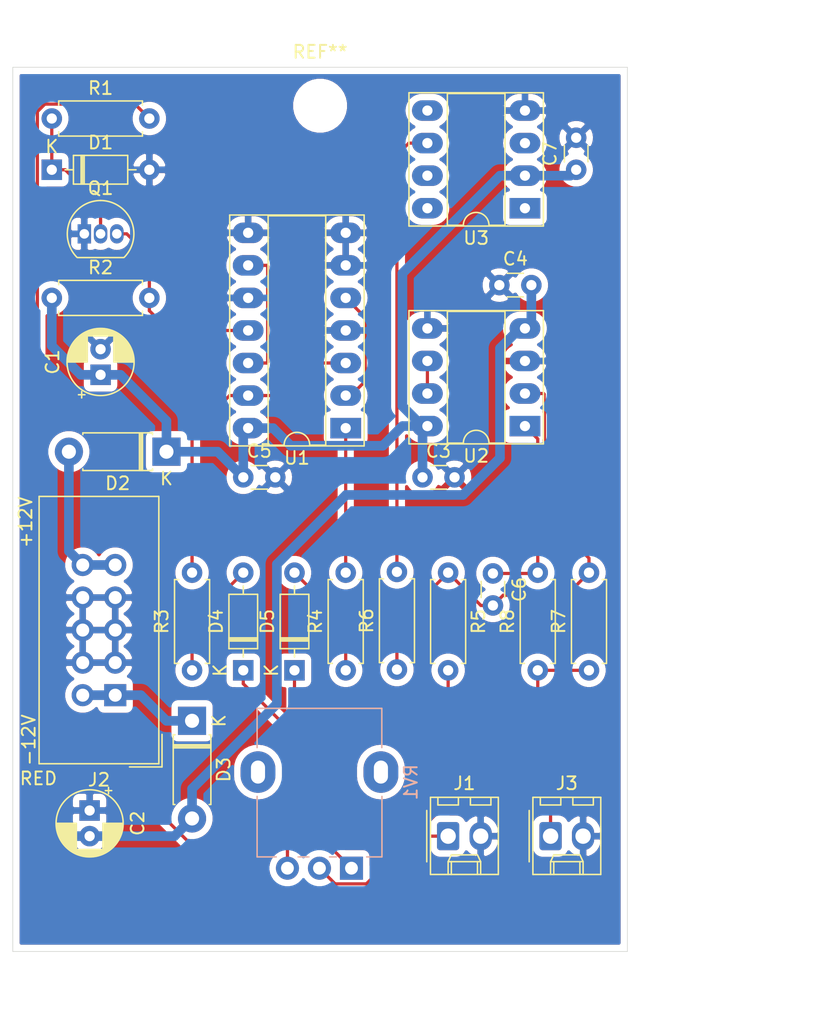
<source format=kicad_pcb>
(kicad_pcb (version 20171130) (host pcbnew 5.1.5-52549c5~84~ubuntu18.04.1)
  (layers (0 F.Cu signal) (31 B.Cu signal) (34 B.Paste user) (35 F.Paste user) (36 B.SilkS user) (37 F.SilkS user) (38 B.Mask user) (39 F.Mask user) (44 Edge.Cuts user))
  (net 0 "")
  (net 1 GND)
  (net 2 +12V)
  (net 3 -12V)
  (net 4 "Net-(C6-Pad2)")
  (net 5 "Net-(C6-Pad1)")
  (net 6 "Net-(D1-Pad1)")
  (net 7 "Net-(D2-Pad2)")
  (net 8 "Net-(D3-Pad1)")
  (net 9 "Net-(D4-Pad2)")
  (net 10 "Net-(D4-Pad1)")
  (net 11 "Net-(D5-Pad2)")
  (net 12 "Net-(D5-Pad1)")
  (net 13 OSC_INPUT)
  (net 14 SUB_OSC_OUT)
  (net 15 "Net-(Q1-Pad3)")
  (net 16 /-1_OCT)
  (net 17 /-2_OCT)
  (net 18 /MIX)
  (net 19 REF)
  (net 20 "Net-(U1-Pad12)")
  (net 21 "Net-(U1-Pad2)")
  (net 22 "Net-(U2-Pad6)")
  (net 23 "Net-(U3-Pad8)")
  (net 24 "Net-(U3-Pad7)")
  (net 25 "Net-(U3-Pad3)")
  (net 26 "Net-(U3-Pad5)")
  (net 27 "Net-(U3-Pad1)")
  (module Potentiometer_THT:Potentiometer_Alpha_RD901F-40-00D_Single_Vertical (layer B.Cu) (at 147.45 111.5 90)
    (fp_text reference RV1 (at 6.71 4.64 90) (layer B.SilkS) (effects (justify mirror)))
    (fp_text value "100k MIX")
    (pad "" thru_hole oval (at 7.5 2.3) (size 2.72 3.24) (drill oval 1.1 1.8) (layers *.Cu *.Mask))
    (pad "" thru_hole oval (at 7.5 -7.3) (size 2.72 3.24) (drill oval 1.1 1.8) (layers *.Cu *.Mask))
    (pad 3 thru_hole circle (at 0 -5) (size 1.8 1.8) (drill 1) (layers *.Cu *.Mask) (net 10 "Net-(D4-Pad1)"))
    (pad 2 thru_hole circle (at 0 -2.5) (size 1.8 1.8) (drill 1) (layers *.Cu *.Mask) (net 18 /MIX))
    (pad 1 thru_hole rect (at 0 0) (size 1.8 1.8) (drill 1) (layers *.Cu *.Mask) (net 12 "Net-(D5-Pad1)"))
  )
  (module MountingHole:MountingHole_3.2mm_M3 (layer F.Cu) (at 145 52)
    (fp_text reference REF** (at 0 -4.2) (layer F.SilkS))
    (fp_text value MountingHole_3.2mm_M3)
    (pad 1 np_thru_hole circle (at 0 0) (size 3.2 3.2) (drill 3.2) (layers *.Cu *.Mask))
  )
  (module Resistor_THT:R_Axial_DIN0207_L6.3mm_D2.5mm_P7.62mm_Horizontal (layer F.Cu) (at 166 96.06 90)
    (fp_text reference R7 (at 3.81 -2.37 90) (layer F.SilkS))
    (fp_text value 100k)
    (pad 2 thru_hole oval (at 7.62 0 90) (size 1.6 1.6) (drill 0.8) (layers *.Cu *.Mask) (net 4 "Net-(C6-Pad2)"))
    (pad 1 thru_hole circle (at 0 0 90) (size 1.6 1.6) (drill 0.8) (layers *.Cu *.Mask) (net 14 SUB_OSC_OUT))
  )
  (module Resistor_THT:R_Axial_DIN0207_L6.3mm_D2.5mm_P7.62mm_Horizontal (layer F.Cu) (at 162 96.06 90)
    (fp_text reference R8 (at 3.81 -2.37 90) (layer F.SilkS))
    (fp_text value 330R)
    (pad 2 thru_hole oval (at 7.62 0 90) (size 1.6 1.6) (drill 0.8) (layers *.Cu *.Mask) (net 5 "Net-(C6-Pad1)"))
    (pad 1 thru_hole circle (at 0 0 90) (size 1.6 1.6) (drill 0.8) (layers *.Cu *.Mask) (net 14 SUB_OSC_OUT))
  )
  (module Connector_Molex:Molex_KK-254_AE-6410-02A_1x02_P2.54mm_Vertical (layer F.Cu) (at 163 109)
    (fp_text reference J3 (at 1.27 -4.12) (layer F.SilkS))
    (fp_text value "Conn_01x02 Sub Osc Out")
    (pad 2 thru_hole oval (at 2.54 0) (size 1.74 2.2) (drill 1.2) (layers *.Cu *.Mask) (net 1 GND))
    (pad 1 thru_hole roundrect (at 0 0) (size 1.74 2.2) (drill 1.2) (layers *.Cu *.Mask) (roundrect_rratio 0.143678) (net 14 SUB_OSC_OUT))
  )
  (module Connector_Molex:Molex_KK-254_AE-6410-02A_1x02_P2.54mm_Vertical (layer F.Cu) (at 155 109)
    (fp_text reference J1 (at 1.27 -4.12) (layer F.SilkS))
    (fp_text value "Conn_01x02 Osc In")
    (pad 2 thru_hole oval (at 2.54 0) (size 1.74 2.2) (drill 1.2) (layers *.Cu *.Mask) (net 1 GND))
    (pad 1 thru_hole roundrect (at 0 0) (size 1.74 2.2) (drill 1.2) (layers *.Cu *.Mask) (roundrect_rratio 0.143678) (net 13 OSC_INPUT))
  )
  (module Package_DIP:DIP-8_W7.62mm_Socket_LongPads (layer F.Cu) (at 161 60 180)
    (fp_text reference U3 (at 3.81 -2.33) (layer F.SilkS))
    (fp_text value REF02CP+)
    (pad 8 thru_hole oval (at 7.62 0 180) (size 2.4 1.6) (drill 0.8) (layers *.Cu *.Mask) (net 23 "Net-(U3-Pad8)"))
    (pad 4 thru_hole oval (at 0 7.62 180) (size 2.4 1.6) (drill 0.8) (layers *.Cu *.Mask) (net 1 GND))
    (pad 7 thru_hole oval (at 7.62 2.54 180) (size 2.4 1.6) (drill 0.8) (layers *.Cu *.Mask) (net 24 "Net-(U3-Pad7)"))
    (pad 3 thru_hole oval (at 0 5.08 180) (size 2.4 1.6) (drill 0.8) (layers *.Cu *.Mask) (net 25 "Net-(U3-Pad3)"))
    (pad 6 thru_hole oval (at 7.62 5.08 180) (size 2.4 1.6) (drill 0.8) (layers *.Cu *.Mask) (net 19 REF))
    (pad 2 thru_hole oval (at 0 2.54 180) (size 2.4 1.6) (drill 0.8) (layers *.Cu *.Mask) (net 2 +12V))
    (pad 5 thru_hole oval (at 7.62 7.62 180) (size 2.4 1.6) (drill 0.8) (layers *.Cu *.Mask) (net 26 "Net-(U3-Pad5)"))
    (pad 1 thru_hole rect (at 0 0 180) (size 2.4 1.6) (drill 0.8) (layers *.Cu *.Mask) (net 27 "Net-(U3-Pad1)"))
  )
  (module Package_DIP:DIP-8_W7.62mm_Socket_LongPads (layer F.Cu) (at 161 77 180)
    (fp_text reference U2 (at 3.81 -2.33) (layer F.SilkS))
    (fp_text value TL072)
    (pad 8 thru_hole oval (at 7.62 0 180) (size 2.4 1.6) (drill 0.8) (layers *.Cu *.Mask) (net 2 +12V))
    (pad 4 thru_hole oval (at 0 7.62 180) (size 2.4 1.6) (drill 0.8) (layers *.Cu *.Mask) (net 3 -12V))
    (pad 7 thru_hole oval (at 7.62 2.54 180) (size 2.4 1.6) (drill 0.8) (layers *.Cu *.Mask) (net 22 "Net-(U2-Pad6)"))
    (pad 3 thru_hole oval (at 0 5.08 180) (size 2.4 1.6) (drill 0.8) (layers *.Cu *.Mask) (net 1 GND))
    (pad 6 thru_hole oval (at 7.62 5.08 180) (size 2.4 1.6) (drill 0.8) (layers *.Cu *.Mask) (net 22 "Net-(U2-Pad6)"))
    (pad 2 thru_hole oval (at 0 2.54 180) (size 2.4 1.6) (drill 0.8) (layers *.Cu *.Mask) (net 4 "Net-(C6-Pad2)"))
    (pad 5 thru_hole oval (at 7.62 7.62 180) (size 2.4 1.6) (drill 0.8) (layers *.Cu *.Mask) (net 1 GND))
    (pad 1 thru_hole rect (at 0 0 180) (size 2.4 1.6) (drill 0.8) (layers *.Cu *.Mask) (net 5 "Net-(C6-Pad1)"))
  )
  (module Package_DIP:DIP-14_W7.62mm_Socket_LongPads (layer F.Cu) (at 147 77.16 180)
    (fp_text reference U1 (at 3.81 -2.33) (layer F.SilkS))
    (fp_text value 4013)
    (pad 14 thru_hole oval (at 7.62 0 180) (size 2.4 1.6) (drill 0.8) (layers *.Cu *.Mask) (net 2 +12V))
    (pad 7 thru_hole oval (at 0 15.24 180) (size 2.4 1.6) (drill 0.8) (layers *.Cu *.Mask) (net 1 GND))
    (pad 13 thru_hole oval (at 7.62 2.54 180) (size 2.4 1.6) (drill 0.8) (layers *.Cu *.Mask) (net 16 /-1_OCT))
    (pad 6 thru_hole oval (at 0 12.7 180) (size 2.4 1.6) (drill 0.8) (layers *.Cu *.Mask) (net 1 GND))
    (pad 12 thru_hole oval (at 7.62 5.08 180) (size 2.4 1.6) (drill 0.8) (layers *.Cu *.Mask) (net 20 "Net-(U1-Pad12)"))
    (pad 5 thru_hole oval (at 0 10.16 180) (size 2.4 1.6) (drill 0.8) (layers *.Cu *.Mask) (net 21 "Net-(U1-Pad2)"))
    (pad 11 thru_hole oval (at 7.62 7.62 180) (size 2.4 1.6) (drill 0.8) (layers *.Cu *.Mask) (net 15 "Net-(Q1-Pad3)"))
    (pad 4 thru_hole oval (at 0 7.62 180) (size 2.4 1.6) (drill 0.8) (layers *.Cu *.Mask) (net 1 GND))
    (pad 10 thru_hole oval (at 7.62 10.16 180) (size 2.4 1.6) (drill 0.8) (layers *.Cu *.Mask) (net 1 GND))
    (pad 3 thru_hole oval (at 0 5.08 180) (size 2.4 1.6) (drill 0.8) (layers *.Cu *.Mask) (net 16 /-1_OCT))
    (pad 9 thru_hole oval (at 7.62 12.7 180) (size 2.4 1.6) (drill 0.8) (layers *.Cu *.Mask) (net 20 "Net-(U1-Pad12)"))
    (pad 2 thru_hole oval (at 0 2.54 180) (size 2.4 1.6) (drill 0.8) (layers *.Cu *.Mask) (net 21 "Net-(U1-Pad2)"))
    (pad 8 thru_hole oval (at 7.62 15.24 180) (size 2.4 1.6) (drill 0.8) (layers *.Cu *.Mask) (net 1 GND))
    (pad 1 thru_hole rect (at 0 0 180) (size 2.4 1.6) (drill 0.8) (layers *.Cu *.Mask) (net 17 /-2_OCT))
  )
  (module Resistor_THT:R_Axial_DIN0207_L6.3mm_D2.5mm_P7.62mm_Horizontal (layer F.Cu) (at 151 96 90)
    (fp_text reference R6 (at 3.81 -2.37 90) (layer F.SilkS))
    (fp_text value 100k)
    (pad 2 thru_hole oval (at 7.62 0 90) (size 1.6 1.6) (drill 0.8) (layers *.Cu *.Mask) (net 19 REF))
    (pad 1 thru_hole circle (at 0 0 90) (size 1.6 1.6) (drill 0.8) (layers *.Cu *.Mask) (net 4 "Net-(C6-Pad2)"))
  )
  (module Resistor_THT:R_Axial_DIN0207_L6.3mm_D2.5mm_P7.62mm_Horizontal (layer F.Cu) (at 155 88.44 270)
    (fp_text reference R5 (at 3.81 -2.37 90) (layer F.SilkS))
    (fp_text value 120k)
    (pad 2 thru_hole oval (at 7.62 0 270) (size 1.6 1.6) (drill 0.8) (layers *.Cu *.Mask) (net 18 /MIX))
    (pad 1 thru_hole circle (at 0 0 270) (size 1.6 1.6) (drill 0.8) (layers *.Cu *.Mask) (net 4 "Net-(C6-Pad2)"))
  )
  (module Resistor_THT:R_Axial_DIN0207_L6.3mm_D2.5mm_P7.62mm_Horizontal (layer F.Cu) (at 147 96.06 90)
    (fp_text reference R4 (at 3.81 -2.37 90) (layer F.SilkS))
    (fp_text value 47k)
    (pad 2 thru_hole oval (at 7.62 0 90) (size 1.6 1.6) (drill 0.8) (layers *.Cu *.Mask) (net 17 /-2_OCT))
    (pad 1 thru_hole circle (at 0 0 90) (size 1.6 1.6) (drill 0.8) (layers *.Cu *.Mask) (net 11 "Net-(D5-Pad2)"))
  )
  (module Resistor_THT:R_Axial_DIN0207_L6.3mm_D2.5mm_P7.62mm_Horizontal (layer F.Cu) (at 135 96.06 90)
    (fp_text reference R3 (at 3.81 -2.37 90) (layer F.SilkS))
    (fp_text value 47k)
    (pad 2 thru_hole oval (at 7.62 0 90) (size 1.6 1.6) (drill 0.8) (layers *.Cu *.Mask) (net 16 /-1_OCT))
    (pad 1 thru_hole circle (at 0 0 90) (size 1.6 1.6) (drill 0.8) (layers *.Cu *.Mask) (net 9 "Net-(D4-Pad2)"))
  )
  (module Resistor_THT:R_Axial_DIN0207_L6.3mm_D2.5mm_P7.62mm_Horizontal (layer F.Cu) (at 124.045 67)
    (fp_text reference R2 (at 3.81 -2.37) (layer F.SilkS))
    (fp_text value 68k)
    (pad 2 thru_hole oval (at 7.62 0) (size 1.6 1.6) (drill 0.8) (layers *.Cu *.Mask) (net 15 "Net-(Q1-Pad3)"))
    (pad 1 thru_hole circle (at 0 0) (size 1.6 1.6) (drill 0.8) (layers *.Cu *.Mask) (net 2 +12V))
  )
  (module Resistor_THT:R_Axial_DIN0207_L6.3mm_D2.5mm_P7.62mm_Horizontal (layer F.Cu) (at 124.045 53)
    (fp_text reference R1 (at 3.81 -2.37) (layer F.SilkS))
    (fp_text value 47k)
    (pad 2 thru_hole oval (at 7.62 0) (size 1.6 1.6) (drill 0.8) (layers *.Cu *.Mask) (net 13 OSC_INPUT))
    (pad 1 thru_hole circle (at 0 0) (size 1.6 1.6) (drill 0.8) (layers *.Cu *.Mask) (net 6 "Net-(D1-Pad1)"))
  )
  (module Package_TO_SOT_THT:TO-92_Inline (layer F.Cu) (at 126.585 62)
    (fp_text reference Q1 (at 1.27 -3.56) (layer F.SilkS))
    (fp_text value 2N3904)
    (pad 1 thru_hole rect (at 0 0) (size 1.05 1.5) (drill 0.75) (layers *.Cu *.Mask) (net 1 GND))
    (pad 3 thru_hole oval (at 2.54 0) (size 1.05 1.5) (drill 0.75) (layers *.Cu *.Mask) (net 15 "Net-(Q1-Pad3)"))
    (pad 2 thru_hole oval (at 1.27 0) (size 1.05 1.5) (drill 0.75) (layers *.Cu *.Mask) (net 6 "Net-(D1-Pad1)"))
  )
  (module Connector_IDC:IDC-Header_2x05_P2.54mm_Vertical (layer F.Cu) (at 129 98 180)
    (fp_text reference J2 (at 1.27 -6.604) (layer F.SilkS))
    (fp_text value EURO_PWR_2x5)
    (pad 10 thru_hole oval (at 2.54 10.16 180) (size 1.7272 1.7272) (drill 1.016) (layers *.Cu *.Mask) (net 7 "Net-(D2-Pad2)"))
    (pad 9 thru_hole oval (at 0 10.16 180) (size 1.7272 1.7272) (drill 1.016) (layers *.Cu *.Mask) (net 7 "Net-(D2-Pad2)"))
    (pad 8 thru_hole oval (at 2.54 7.62 180) (size 1.7272 1.7272) (drill 1.016) (layers *.Cu *.Mask) (net 1 GND))
    (pad 7 thru_hole oval (at 0 7.62 180) (size 1.7272 1.7272) (drill 1.016) (layers *.Cu *.Mask) (net 1 GND))
    (pad 6 thru_hole oval (at 2.54 5.08 180) (size 1.7272 1.7272) (drill 1.016) (layers *.Cu *.Mask) (net 1 GND))
    (pad 5 thru_hole oval (at 0 5.08 180) (size 1.7272 1.7272) (drill 1.016) (layers *.Cu *.Mask) (net 1 GND))
    (pad 4 thru_hole oval (at 2.54 2.54 180) (size 1.7272 1.7272) (drill 1.016) (layers *.Cu *.Mask) (net 1 GND))
    (pad 3 thru_hole oval (at 0 2.54 180) (size 1.7272 1.7272) (drill 1.016) (layers *.Cu *.Mask) (net 1 GND))
    (pad 2 thru_hole oval (at 2.54 0 180) (size 1.7272 1.7272) (drill 1.016) (layers *.Cu *.Mask) (net 8 "Net-(D3-Pad1)"))
    (pad 1 thru_hole rect (at 0 0 180) (size 1.7272 1.7272) (drill 1.016) (layers *.Cu *.Mask) (net 8 "Net-(D3-Pad1)"))
  )
  (module Diode_THT:D_DO-35_SOD27_P7.62mm_Horizontal (layer F.Cu) (at 143 96.06 90)
    (fp_text reference D5 (at 3.81 -2.12 90) (layer F.SilkS))
    (fp_text value 1N4148)
    (fp_text user K (at 0 -1.8 90) (layer F.SilkS))
    (pad 2 thru_hole oval (at 7.62 0 90) (size 1.6 1.6) (drill 0.8) (layers *.Cu *.Mask) (net 11 "Net-(D5-Pad2)"))
    (pad 1 thru_hole rect (at 0 0 90) (size 1.6 1.6) (drill 0.8) (layers *.Cu *.Mask) (net 12 "Net-(D5-Pad1)"))
  )
  (module Diode_THT:D_DO-35_SOD27_P7.62mm_Horizontal (layer F.Cu) (at 139 96.06 90)
    (fp_text reference D4 (at 3.81 -2.12 90) (layer F.SilkS))
    (fp_text value 1N4148)
    (fp_text user K (at 0 -1.8 90) (layer F.SilkS))
    (pad 2 thru_hole oval (at 7.62 0 90) (size 1.6 1.6) (drill 0.8) (layers *.Cu *.Mask) (net 9 "Net-(D4-Pad2)"))
    (pad 1 thru_hole rect (at 0 0 90) (size 1.6 1.6) (drill 0.8) (layers *.Cu *.Mask) (net 10 "Net-(D4-Pad1)"))
  )
  (module Diode_THT:D_DO-41_SOD81_P7.62mm_Horizontal (layer F.Cu) (at 135 100 270)
    (fp_text reference D3 (at 3.81 -2.47 90) (layer F.SilkS))
    (fp_text value D_Schottky)
    (fp_text user K (at 0 -2.1 90) (layer F.SilkS))
    (pad 2 thru_hole oval (at 7.62 0 270) (size 2.2 2.2) (drill 1.1) (layers *.Cu *.Mask) (net 3 -12V))
    (pad 1 thru_hole rect (at 0 0 270) (size 2.2 2.2) (drill 1.1) (layers *.Cu *.Mask) (net 8 "Net-(D3-Pad1)"))
  )
  (module Diode_THT:D_DO-41_SOD81_P7.62mm_Horizontal (layer F.Cu) (at 133 79 180)
    (fp_text reference D2 (at 3.81 -2.47) (layer F.SilkS))
    (fp_text value D_Schottky)
    (fp_text user K (at 0 -2.1) (layer F.SilkS))
    (pad 2 thru_hole oval (at 7.62 0 180) (size 2.2 2.2) (drill 1.1) (layers *.Cu *.Mask) (net 7 "Net-(D2-Pad2)"))
    (pad 1 thru_hole rect (at 0 0 180) (size 2.2 2.2) (drill 1.1) (layers *.Cu *.Mask) (net 2 +12V))
  )
  (module Diode_THT:D_DO-35_SOD27_P7.62mm_Horizontal (layer F.Cu) (at 124.045 57)
    (fp_text reference D1 (at 3.81 -2.12) (layer F.SilkS))
    (fp_text value 1N4148)
    (fp_text user K (at 0 -1.8) (layer F.SilkS))
    (pad 2 thru_hole oval (at 7.62 0) (size 1.6 1.6) (drill 0.8) (layers *.Cu *.Mask) (net 1 GND))
    (pad 1 thru_hole rect (at 0 0) (size 1.6 1.6) (drill 0.8) (layers *.Cu *.Mask) (net 6 "Net-(D1-Pad1)"))
  )
  (module Capacitor_THT:C_Disc_D3.0mm_W1.6mm_P2.50mm (layer F.Cu) (at 165 57 90)
    (fp_text reference C7 (at 1.25 -2.05 90) (layer F.SilkS))
    (fp_text value 0.1uF)
    (pad 2 thru_hole circle (at 2.5 0 90) (size 1.6 1.6) (drill 0.8) (layers *.Cu *.Mask) (net 1 GND))
    (pad 1 thru_hole circle (at 0 0 90) (size 1.6 1.6) (drill 0.8) (layers *.Cu *.Mask) (net 2 +12V))
  )
  (module Capacitor_THT:C_Disc_D3.0mm_W1.6mm_P2.50mm (layer F.Cu) (at 158.5 88.5 270)
    (fp_text reference C6 (at 1.25 -2.05 90) (layer F.SilkS))
    (fp_text value 47pF)
    (pad 2 thru_hole circle (at 2.5 0 270) (size 1.6 1.6) (drill 0.8) (layers *.Cu *.Mask) (net 4 "Net-(C6-Pad2)"))
    (pad 1 thru_hole circle (at 0 0 270) (size 1.6 1.6) (drill 0.8) (layers *.Cu *.Mask) (net 5 "Net-(C6-Pad1)"))
  )
  (module Capacitor_THT:C_Disc_D3.0mm_W1.6mm_P2.50mm (layer F.Cu) (at 139 81)
    (fp_text reference C5 (at 1.25 -2.05) (layer F.SilkS))
    (fp_text value 0.1uF)
    (pad 2 thru_hole circle (at 2.5 0) (size 1.6 1.6) (drill 0.8) (layers *.Cu *.Mask) (net 1 GND))
    (pad 1 thru_hole circle (at 0 0) (size 1.6 1.6) (drill 0.8) (layers *.Cu *.Mask) (net 2 +12V))
  )
  (module Capacitor_THT:C_Disc_D3.0mm_W1.6mm_P2.50mm (layer F.Cu) (at 159 66)
    (fp_text reference C4 (at 1.25 -2.05) (layer F.SilkS))
    (fp_text value 0.1uF)
    (pad 2 thru_hole circle (at 2.5 0) (size 1.6 1.6) (drill 0.8) (layers *.Cu *.Mask) (net 3 -12V))
    (pad 1 thru_hole circle (at 0 0) (size 1.6 1.6) (drill 0.8) (layers *.Cu *.Mask) (net 1 GND))
  )
  (module Capacitor_THT:C_Disc_D3.0mm_W1.6mm_P2.50mm (layer F.Cu) (at 153 81)
    (fp_text reference C3 (at 1.25 -2.05) (layer F.SilkS))
    (fp_text value 0.1uF)
    (pad 2 thru_hole circle (at 2.5 0) (size 1.6 1.6) (drill 0.8) (layers *.Cu *.Mask) (net 1 GND))
    (pad 1 thru_hole circle (at 0 0) (size 1.6 1.6) (drill 0.8) (layers *.Cu *.Mask) (net 2 +12V))
  )
  (module Capacitor_THT:CP_Radial_D5.0mm_P2.00mm (layer F.Cu) (at 127 107 270)
    (fp_text reference C2 (at 1 -3.75 90) (layer F.SilkS))
    (fp_text value 10uF)
    (pad 2 thru_hole circle (at 2 0 270) (size 1.6 1.6) (drill 0.8) (layers *.Cu *.Mask) (net 3 -12V))
    (pad 1 thru_hole rect (at 0 0 270) (size 1.6 1.6) (drill 0.8) (layers *.Cu *.Mask) (net 1 GND))
  )
  (module Capacitor_THT:CP_Radial_D5.0mm_P2.00mm (layer F.Cu) (at 127.855 73 90)
    (fp_text reference C1 (at 1 -3.75 90) (layer F.SilkS))
    (fp_text value 10uF)
    (pad 2 thru_hole circle (at 2 0 90) (size 1.6 1.6) (drill 0.8) (layers *.Cu *.Mask) (net 1 GND))
    (pad 1 thru_hole rect (at 0 0 90) (size 1.6 1.6) (drill 0.8) (layers *.Cu *.Mask) (net 2 +12V))
  )
  (gr_text RED (at 123 104.5) (layer F.SilkS) (effects (font (size 1 1))))
  (gr_text -12V (at 122.25 101.5 90) (layer F.SilkS) (effects (font (size 1 1))))
  (gr_text +12V (at 122 84.5 90) (layer F.SilkS) (effects (font (size 1 1))))
  (gr_line (start 121 118) (end 121 49) (layer Edge.Cuts) (width 0.05))
  (gr_line (start 169 118) (end 121 118) (layer Edge.Cuts) (width 0.05))
  (gr_line (start 169 49) (end 169 118) (layer Edge.Cuts) (width 0.05))
  (gr_line (start 121 49) (end 169 49) (layer Edge.Cuts) (width 0.05))
  (segment (start 139 77.54) (end 139.38 77.16) (width 0.75) (layer B.Cu) (net 2))
  (segment (start 139 81) (end 139 77.54) (width 0.75) (layer B.Cu) (net 2))
  (segment (start 124.045 70.74) (end 124.045 68.13137) (width 0.75) (layer B.Cu) (net 2))
  (segment (start 124.045 68.13137) (end 124.045 67) (width 0.75) (layer B.Cu) (net 2))
  (segment (start 126.305 73) (end 124.045 70.74) (width 0.75) (layer B.Cu) (net 2))
  (segment (start 127.855 73) (end 126.305 73) (width 0.75) (layer B.Cu) (net 2))
  (segment (start 149.894999 78.535001) (end 142.705001 78.535001) (width 0.75) (layer B.Cu) (net 2))
  (segment (start 141.33 77.16) (end 139.38 77.16) (width 0.75) (layer B.Cu) (net 2))
  (segment (start 142.705001 78.535001) (end 141.33 77.16) (width 0.75) (layer B.Cu) (net 2))
  (segment (start 151.43 77) (end 149.894999 78.535001) (width 0.75) (layer B.Cu) (net 2))
  (segment (start 153.38 77) (end 151.43 77) (width 0.75) (layer B.Cu) (net 2))
  (segment (start 152.98 77) (end 153.38 77) (width 0.75) (layer B.Cu) (net 2))
  (segment (start 161 57.46) (end 159.05 57.46) (width 0.75) (layer B.Cu) (net 2))
  (segment (start 151.43 65.08) (end 151.43 75.45) (width 0.75) (layer B.Cu) (net 2))
  (segment (start 159.05 57.46) (end 151.43 65.08) (width 0.75) (layer B.Cu) (net 2))
  (segment (start 151.43 75.45) (end 152.98 77) (width 0.75) (layer B.Cu) (net 2))
  (segment (start 164.54 57.46) (end 165 57) (width 0.75) (layer B.Cu) (net 2))
  (segment (start 161 57.46) (end 164.54 57.46) (width 0.75) (layer B.Cu) (net 2))
  (segment (start 153 77.38) (end 153.38 77) (width 0.75) (layer B.Cu) (net 2))
  (segment (start 153 81) (end 153 77.38) (width 0.75) (layer B.Cu) (net 2))
  (segment (start 137 79) (end 139 81) (width 0.75) (layer B.Cu) (net 2))
  (segment (start 133 79) (end 137 79) (width 0.75) (layer B.Cu) (net 2))
  (segment (start 133 77.15) (end 133 79) (width 0.75) (layer B.Cu) (net 2))
  (segment (start 133 76.595) (end 133 77.15) (width 0.75) (layer B.Cu) (net 2))
  (segment (start 129.405 73) (end 133 76.595) (width 0.75) (layer B.Cu) (net 2))
  (segment (start 127.855 73) (end 129.405 73) (width 0.75) (layer B.Cu) (net 2))
  (segment (start 161.5 68.88) (end 161 69.38) (width 0.75) (layer B.Cu) (net 3))
  (segment (start 161.5 66) (end 161.5 68.88) (width 0.75) (layer B.Cu) (net 3))
  (segment (start 133.62 109) (end 126 109) (width 0.75) (layer B.Cu) (net 3))
  (segment (start 135 107.62) (end 133.62 109) (width 0.75) (layer B.Cu) (net 3))
  (segment (start 160.6 69.38) (end 161 69.38) (width 0.75) (layer B.Cu) (net 3))
  (segment (start 159.05 70.93) (end 160.6 69.38) (width 0.75) (layer B.Cu) (net 3))
  (segment (start 159.05 79.485002) (end 159.05 70.93) (width 0.75) (layer B.Cu) (net 3))
  (segment (start 156.160001 82.375001) (end 159.05 79.485002) (width 0.75) (layer B.Cu) (net 3))
  (segment (start 147.029997 82.375001) (end 156.160001 82.375001) (width 0.75) (layer B.Cu) (net 3))
  (segment (start 141.624999 87.779999) (end 147.029997 82.375001) (width 0.75) (layer B.Cu) (net 3))
  (segment (start 141.624999 98.678484) (end 141.624999 87.779999) (width 0.75) (layer B.Cu) (net 3))
  (segment (start 135 105.303483) (end 141.624999 98.678484) (width 0.75) (layer B.Cu) (net 3))
  (segment (start 135 107.62) (end 135 105.303483) (width 0.75) (layer B.Cu) (net 3))
  (segment (start 151 92.44) (end 155 88.44) (width 0.25) (layer F.Cu) (net 4))
  (segment (start 151 96) (end 151 92.44) (width 0.25) (layer F.Cu) (net 4))
  (segment (start 157.56 91) (end 158.5 91) (width 0.25) (layer F.Cu) (net 4))
  (segment (start 155 88.44) (end 157.56 91) (width 0.25) (layer F.Cu) (net 4))
  (segment (start 165.200001 89.239999) (end 166 88.44) (width 0.25) (layer F.Cu) (net 4))
  (segment (start 164.239999 90.200001) (end 165.200001 89.239999) (width 0.25) (layer F.Cu) (net 4))
  (segment (start 159.299999 90.200001) (end 164.239999 90.200001) (width 0.25) (layer F.Cu) (net 4))
  (segment (start 158.5 91) (end 159.299999 90.200001) (width 0.25) (layer F.Cu) (net 4))
  (segment (start 166 87.30863) (end 166 88.44) (width 0.25) (layer F.Cu) (net 4))
  (segment (start 162.5 83.80863) (end 166 87.30863) (width 0.25) (layer F.Cu) (net 4))
  (segment (start 162.5 78.085002) (end 162.5 83.80863) (width 0.25) (layer F.Cu) (net 4))
  (segment (start 162.45 74.46) (end 162.5 74.51) (width 0.25) (layer F.Cu) (net 4))
  (segment (start 161 74.46) (end 162.45 74.46) (width 0.25) (layer F.Cu) (net 4))
  (segment (start 162.5 74.51) (end 162.5 75.914998) (width 0.25) (layer F.Cu) (net 4))
  (segment (start 162.525001 78.060001) (end 162.5 78.085002) (width 0.25) (layer F.Cu) (net 4))
  (segment (start 162.5 75.914998) (end 162.525001 75.939999) (width 0.25) (layer F.Cu) (net 4))
  (segment (start 162.525001 75.939999) (end 162.525001 78.060001) (width 0.25) (layer F.Cu) (net 4))
  (segment (start 161.94 88.5) (end 162 88.44) (width 0.25) (layer F.Cu) (net 5))
  (segment (start 158.5 88.5) (end 161.94 88.5) (width 0.25) (layer F.Cu) (net 5))
  (segment (start 162 78) (end 161 77) (width 0.25) (layer F.Cu) (net 5))
  (segment (start 162 88.44) (end 162 78) (width 0.25) (layer F.Cu) (net 5))
  (segment (start 124.045 53) (end 124.045 57) (width 0.25) (layer F.Cu) (net 6))
  (segment (start 127.855 61) (end 127.855 62) (width 0.25) (layer F.Cu) (net 6))
  (segment (start 127.855 59.76) (end 127.855 61) (width 0.25) (layer F.Cu) (net 6))
  (segment (start 125.095 57) (end 127.855 59.76) (width 0.25) (layer F.Cu) (net 6))
  (segment (start 124.045 57) (end 125.095 57) (width 0.25) (layer F.Cu) (net 6))
  (segment (start 129 87.84) (end 126.46 87.84) (width 0.75) (layer B.Cu) (net 7))
  (segment (start 125.38 86.76) (end 126.46 87.84) (width 0.75) (layer B.Cu) (net 7))
  (segment (start 125.38 79) (end 125.38 86.76) (width 0.75) (layer B.Cu) (net 7))
  (segment (start 129 98) (end 126.46 98) (width 0.75) (layer B.Cu) (net 8))
  (segment (start 131 98) (end 129 98) (width 0.75) (layer B.Cu) (net 8))
  (segment (start 133 100) (end 131 98) (width 0.75) (layer B.Cu) (net 8))
  (segment (start 135 100) (end 133 100) (width 0.75) (layer B.Cu) (net 8))
  (segment (start 135 92.44) (end 139 88.44) (width 0.25) (layer F.Cu) (net 9))
  (segment (start 135 96.06) (end 135 92.44) (width 0.25) (layer F.Cu) (net 9))
  (segment (start 139 97.11) (end 142.45 100.56) (width 0.25) (layer F.Cu) (net 10))
  (segment (start 142.45 110.227208) (end 142.45 111.5) (width 0.25) (layer F.Cu) (net 10))
  (segment (start 142.45 100.56) (end 142.45 110.227208) (width 0.25) (layer F.Cu) (net 10))
  (segment (start 139 96.06) (end 139 97.11) (width 0.25) (layer F.Cu) (net 10))
  (segment (start 147 92.44) (end 143 88.44) (width 0.25) (layer F.Cu) (net 11))
  (segment (start 147 96.06) (end 147 92.44) (width 0.25) (layer F.Cu) (net 11))
  (segment (start 143 107.05) (end 147.45 111.5) (width 0.25) (layer F.Cu) (net 12))
  (segment (start 143 96.06) (end 143 107.05) (width 0.25) (layer F.Cu) (net 12))
  (segment (start 130.865001 52.200001) (end 131.665 53) (width 0.25) (layer F.Cu) (net 13))
  (segment (start 130.539999 51.874999) (end 130.865001 52.200001) (width 0.25) (layer F.Cu) (net 13))
  (segment (start 123.504999 51.874999) (end 130.539999 51.874999) (width 0.25) (layer F.Cu) (net 13))
  (segment (start 155 109) (end 153 109) (width 0.25) (layer F.Cu) (net 13))
  (segment (start 153 109) (end 148.824989 113.175011) (width 0.25) (layer F.Cu) (net 13))
  (segment (start 148.824989 113.175011) (end 138.446009 113.175011) (width 0.25) (layer F.Cu) (net 13))
  (segment (start 138.446009 113.175011) (end 122.919999 97.649001) (width 0.25) (layer F.Cu) (net 13))
  (segment (start 122.919999 97.649001) (end 122.919999 52.459999) (width 0.25) (layer F.Cu) (net 13))
  (segment (start 122.919999 52.459999) (end 123.504999 51.874999) (width 0.25) (layer F.Cu) (net 13))
  (segment (start 166 96.06) (end 162 96.06) (width 0.25) (layer F.Cu) (net 14))
  (segment (start 163 109) (end 163 99) (width 0.25) (layer F.Cu) (net 14))
  (segment (start 162 98) (end 162 96.06) (width 0.25) (layer F.Cu) (net 14))
  (segment (start 163 99) (end 162 98) (width 0.25) (layer F.Cu) (net 14))
  (segment (start 131.665 65.86863) (end 131.665 67) (width 0.25) (layer F.Cu) (net 15))
  (segment (start 129.9 62) (end 131.665 63.765) (width 0.25) (layer F.Cu) (net 15))
  (segment (start 131.665 63.765) (end 131.665 65.86863) (width 0.25) (layer F.Cu) (net 15))
  (segment (start 129.125 62) (end 129.9 62) (width 0.25) (layer F.Cu) (net 15))
  (segment (start 131.665 68) (end 131.665 67) (width 0.25) (layer F.Cu) (net 15))
  (segment (start 139.38 69.54) (end 133.205 69.54) (width 0.25) (layer F.Cu) (net 15))
  (segment (start 133.205 69.54) (end 131.665 68) (width 0.25) (layer F.Cu) (net 15))
  (segment (start 139.38 74.62) (end 142.38 74.62) (width 0.25) (layer F.Cu) (net 16))
  (segment (start 144.92 72.08) (end 147 72.08) (width 0.25) (layer F.Cu) (net 16))
  (segment (start 142.38 74.62) (end 144.92 72.08) (width 0.25) (layer F.Cu) (net 16))
  (segment (start 135 87.30863) (end 135 88.44) (width 0.25) (layer F.Cu) (net 16))
  (segment (start 135 77.55) (end 135 87.30863) (width 0.25) (layer F.Cu) (net 16))
  (segment (start 137.93 74.62) (end 135 77.55) (width 0.25) (layer F.Cu) (net 16))
  (segment (start 139.38 74.62) (end 137.93 74.62) (width 0.25) (layer F.Cu) (net 16))
  (segment (start 147 77.16) (end 147 88.44) (width 0.25) (layer F.Cu) (net 17))
  (segment (start 145.849999 112.399999) (end 144.95 111.5) (width 0.25) (layer F.Cu) (net 18))
  (segment (start 146.175001 112.725001) (end 145.849999 112.399999) (width 0.25) (layer F.Cu) (net 18))
  (segment (start 148.610001 112.725001) (end 146.175001 112.725001) (width 0.25) (layer F.Cu) (net 18))
  (segment (start 155 106.335002) (end 148.610001 112.725001) (width 0.25) (layer F.Cu) (net 18))
  (segment (start 155 96.06) (end 155 106.335002) (width 0.25) (layer F.Cu) (net 18))
  (segment (start 151.93 54.92) (end 153.38 54.92) (width 0.25) (layer F.Cu) (net 19))
  (segment (start 151 55.85) (end 151.93 54.92) (width 0.25) (layer F.Cu) (net 19))
  (segment (start 151 88.38) (end 151 55.85) (width 0.25) (layer F.Cu) (net 19))
  (segment (start 140.90501 72.00499) (end 140.83 72.08) (width 0.25) (layer F.Cu) (net 20))
  (segment (start 140.83 72.08) (end 139.38 72.08) (width 0.25) (layer F.Cu) (net 20))
  (segment (start 140.90501 64.53501) (end 140.90501 72.00499) (width 0.25) (layer F.Cu) (net 20))
  (segment (start 140.83 64.46) (end 140.90501 64.53501) (width 0.25) (layer F.Cu) (net 20))
  (segment (start 139.38 64.46) (end 140.83 64.46) (width 0.25) (layer F.Cu) (net 20))
  (segment (start 148.52501 68.52501) (end 148 68) (width 0.25) (layer F.Cu) (net 21))
  (segment (start 148.52501 73.49499) (end 148.52501 68.52501) (width 0.25) (layer F.Cu) (net 21))
  (segment (start 148 68) (end 147 67) (width 0.25) (layer F.Cu) (net 21))
  (segment (start 147 74.62) (end 147.4 74.62) (width 0.25) (layer F.Cu) (net 21))
  (segment (start 147.4 74.62) (end 148.52501 73.49499) (width 0.25) (layer F.Cu) (net 21))
  (segment (start 153.38 72.97) (end 153.38 74.46) (width 0.25) (layer F.Cu) (net 22))
  (segment (start 153.38 71.92) (end 153.38 72.97) (width 0.25) (layer F.Cu) (net 22))
  (zone (net 1) (net_name GND) (layer F.Cu) (connect_pads (clearance 0.508)) (min_thickness 0.254) (fill yes (arc_segments 32) (thermal_gap 0.508) (thermal_bridge_width 0.508))
    (polygon (pts (xy 170 119) (xy 120 119) (xy 120 48) (xy 170 48)))
  )
  (zone (net 1) (net_name GND) (layer B.Cu) (connect_pads (clearance 0.508)) (min_thickness 0.254) (fill yes (arc_segments 32) (thermal_gap 0.508) (thermal_bridge_width 0.508))
    (polygon (pts (xy 170 119) (xy 120 119) (xy 120 48) (xy 170 48)))
  )
)
</source>
